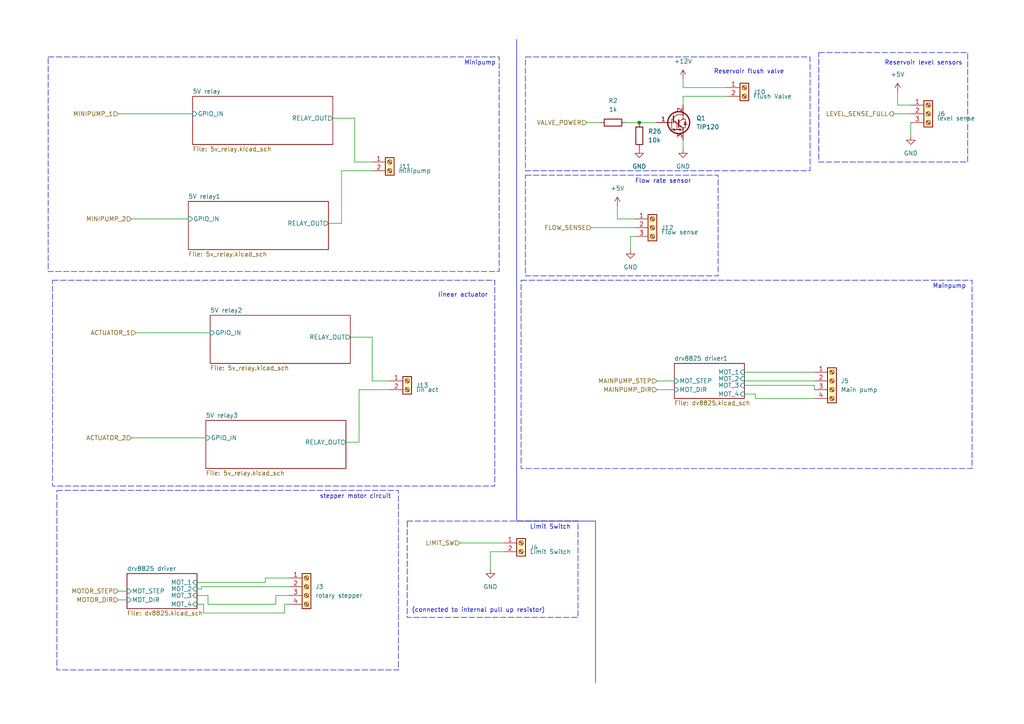
<source format=kicad_sch>
(kicad_sch (version 20230121) (generator eeschema)
  (paper "A4")
  (lib_symbols
    (symbol "Connector:Screw_Terminal_01x02" (pin_names (offset 1.016) hide)
      (property "Reference" "J" (at 0 2.54 0))
      (property "Value" "Screw_Terminal_01x02" (at 0 -5.08 0))
      (symbol "Screw_Terminal_01x02_1_1"
        (rectangle (start -1.27 1.27) (end 1.27 -3.81) (stroke (width 0.254)) (fill (type background)))
        (circle (center 0 -2.54) (radius 0.635) (stroke (width 0.1524)))
        (polyline (pts (xy -0.5334 -2.2098) (xy 0.3302 -3.048)) (stroke (width 0.1524)))
        (polyline (pts (xy -0.5334 0.3302) (xy 0.3302 -0.508)) (stroke (width 0.1524)))
        (polyline (pts (xy -0.3556 -2.032) (xy 0.508 -2.8702)) (stroke (width 0.1524)))
        (polyline (pts (xy -0.3556 0.508) (xy 0.508 -0.3302)) (stroke (width 0.1524)))
        (circle (center 0 0) (radius 0.635) (stroke (width 0.1524)))
        (pin passive line (at -5.08 0 0) (length 3.81) (name "Pin_1") (number "1"))
        (pin passive line (at -5.08 -2.54 0) (length 3.81) (name "Pin_2") (number "2"))
      )
    )
    (symbol "Connector:Screw_Terminal_01x03" (pin_names (offset 1.016) hide)
      (property "Reference" "J" (at 0 5.08 0))
      (property "Value" "Screw_Terminal_01x03" (at 0 -5.08 0))
      (symbol "Screw_Terminal_01x03_1_1"
        (rectangle (start -1.27 3.81) (end 1.27 -3.81) (stroke (width 0.254)) (fill (type background)))
        (circle (center 0 -2.54) (radius 0.635) (stroke (width 0.1524)))
        (polyline (pts (xy -0.5334 -2.2098) (xy 0.3302 -3.048)) (stroke (width 0.1524)))
        (polyline (pts (xy -0.5334 0.3302) (xy 0.3302 -0.508)) (stroke (width 0.1524)))
        (polyline (pts (xy -0.5334 2.8702) (xy 0.3302 2.032)) (stroke (width 0.1524)))
        (polyline (pts (xy -0.3556 -2.032) (xy 0.508 -2.8702)) (stroke (width 0.1524)))
        (polyline (pts (xy -0.3556 0.508) (xy 0.508 -0.3302)) (stroke (width 0.1524)))
        (polyline (pts (xy -0.3556 3.048) (xy 0.508 2.2098)) (stroke (width 0.1524)))
        (circle (center 0 0) (radius 0.635) (stroke (width 0.1524)))
        (circle (center 0 2.54) (radius 0.635) (stroke (width 0.1524)))
        (pin passive line (at -5.08 2.54 0) (length 3.81) (name "Pin_1") (number "1"))
        (pin passive line (at -5.08 0 0) (length 3.81) (name "Pin_2") (number "2"))
        (pin passive line (at -5.08 -2.54 0) (length 3.81) (name "Pin_3") (number "3"))
      )
    )
    (symbol "Connector:Screw_Terminal_01x04" (pin_names (offset 1.016) hide)
      (property "Reference" "J" (at 0 5.08 0))
      (property "Value" "Screw_Terminal_01x04" (at 0 -7.62 0))
      (symbol "Screw_Terminal_01x04_1_1"
        (rectangle (start -1.27 3.81) (end 1.27 -6.35) (stroke (width 0.254)) (fill (type background)))
        (circle (center 0 -5.08) (radius 0.635) (stroke (width 0.1524)))
        (circle (center 0 -2.54) (radius 0.635) (stroke (width 0.1524)))
        (polyline (pts (xy -0.5334 -4.7498) (xy 0.3302 -5.588)) (stroke (width 0.1524)))
        (polyline (pts (xy -0.5334 -2.2098) (xy 0.3302 -3.048)) (stroke (width 0.1524)))
        (polyline (pts (xy -0.5334 0.3302) (xy 0.3302 -0.508)) (stroke (width 0.1524)))
        (polyline (pts (xy -0.5334 2.8702) (xy 0.3302 2.032)) (stroke (width 0.1524)))
        (polyline (pts (xy -0.3556 -4.572) (xy 0.508 -5.4102)) (stroke (width 0.1524)))
        (polyline (pts (xy -0.3556 -2.032) (xy 0.508 -2.8702)) (stroke (width 0.1524)))
        (polyline (pts (xy -0.3556 0.508) (xy 0.508 -0.3302)) (stroke (width 0.1524)))
        (polyline (pts (xy -0.3556 3.048) (xy 0.508 2.2098)) (stroke (width 0.1524)))
        (circle (center 0 0) (radius 0.635) (stroke (width 0.1524)))
        (circle (center 0 2.54) (radius 0.635) (stroke (width 0.1524)))
        (pin passive line (at -5.08 2.54 0) (length 3.81) (name "Pin_1") (number "1"))
        (pin passive line (at -5.08 0 0) (length 3.81) (name "Pin_2") (number "2"))
        (pin passive line (at -5.08 -2.54 0) (length 3.81) (name "Pin_3") (number "3"))
        (pin passive line (at -5.08 -5.08 0) (length 3.81) (name "Pin_4") (number "4"))
      )
    )
    (symbol "Device:R" (pin_numbers hide) (pin_names (offset 0))
      (property "Reference" "R" (at 2.032 0 90))
      (property "Value" "R" (at 0 0 90))
      (symbol "R_0_1"
        (rectangle (start -1.016 -2.54) (end 1.016 2.54) (stroke (width 0.254)))
      )
      (symbol "R_1_1"
        (pin passive line (at 0 3.81 270) (length 1.27) (name "~") (number "1"))
        (pin passive line (at 0 -3.81 90) (length 1.27) (name "~") (number "2"))
      )
    )
    (symbol "Transistor_BJT:TIP120" (pin_names (offset 0) hide)
      (property "Reference" "Q" (at 5.08 1.905 0))
      (property "Value" "TIP120" (at 5.08 0 0))
      (symbol "TIP120_0_1"
        (circle (center -0.762 0) (radius 0.127))
        (polyline (pts (xy -1.27 0) (xy -0.889 0)))
        (polyline (pts (xy 2.54 -2.032) (xy 2.54 -2.54)))
        (polyline (pts (xy 2.54 -1.524) (xy 3.175 -1.524)))
        (polyline (pts (xy 2.794 0.127) (xy 3.556 0.127)))
        (polyline (pts (xy 3.175 -0.635) (xy 3.175 -1.524)))
        (polyline (pts (xy 3.175 1.016) (xy 2.54 1.016)))
        (polyline (pts (xy 3.175 1.016) (xy 3.175 0.127)))
        (polyline (pts (xy -0.254 0.762) (xy 0.762 -0.254) (xy 1.27 -0.254)))
        (polyline (pts (xy -0.254 1.016) (xy -0.762 1.016) (xy -0.762 -2.032)))
        (polyline (pts (xy -0.254 1.27) (xy 0.762 2.286) (xy 2.54 2.286)))
        (polyline (pts (xy -0.254 2.032) (xy -0.254 0) (xy -0.254 0)) (stroke (width 0.3048)))
        (polyline (pts (xy 1.27 0.762) (xy 1.27 -1.27) (xy 1.27 -1.27)) (stroke (width 0.381)))
        (polyline (pts (xy 0.635 -0.127) (xy 0.381 0.381) (xy 0.127 0.127) (xy 0.635 -0.127)))
        (polyline (pts (xy 1.27 -0.508) (xy 2.286 -1.524) (xy 2.54 -1.524) (xy 2.54 -2.032)))
        (polyline (pts (xy 1.27 0) (xy 2.286 1.016) (xy 2.54 1.016) (xy 2.54 2.286)))
        (polyline (pts (xy 2.159 -1.397) (xy 1.905 -0.889) (xy 1.651 -1.143) (xy 2.159 -1.397)))
        (polyline (pts (xy 3.175 0.127) (xy 2.794 -0.635) (xy 3.556 -0.635) (xy 3.175 0.127)) (fill (type outline)))
        (polyline (pts (xy 0.762 -2.032) (xy 0.381 -2.032) (xy 0.254 -2.286) (xy 0.127 -1.778) (xy 0 -2.286) (xy -0.127 -1.778) (xy -0.254 -2.286) (xy -0.381 -1.778) (xy -0.508 -2.032) (xy -0.762 -2.032)))
        (polyline (pts (xy 0.762 -0.254) (xy 0.762 -2.032) (xy 1.143 -2.032) (xy 1.27 -1.778) (xy 1.397 -2.286) (xy 1.524 -1.778) (xy 1.651 -2.286) (xy 1.778 -1.778) (xy 1.905 -2.286) (xy 2.032 -2.032) (xy 2.54 -2.032)))
        (circle (center 0.762 -2.032) (radius 0.127))
        (circle (center 0.762 -0.254) (radius 0.127))
        (circle (center 1.27 0) (radius 3.175) (stroke (width 0.3556)))
        (circle (center 2.54 -2.032) (radius 0.127))
        (circle (center 2.54 -1.524) (radius 0.127))
        (circle (center 2.54 1.016) (radius 0.127))
        (circle (center 2.54 2.286) (radius 0.127))
      )
      (symbol "TIP120_1_1"
        (pin input line (at -5.08 0 0) (length 3.81) (name "B") (number "1"))
        (pin passive line (at 2.54 5.08 270) (length 2.667) (name "C") (number "2"))
        (pin passive line (at 2.54 -5.08 90) (length 2.54) (name "E") (number "3"))
      )
    )
    (symbol "power:+12V" (power) (pin_names (offset 0))
      (property "Value" "+12V" (at 0 3.556 0))
      (symbol "+12V_0_1"
        (polyline (pts (xy -0.762 1.27) (xy 0 2.54)))
        (polyline (pts (xy 0 0) (xy 0 2.54)))
        (polyline (pts (xy 0 2.54) (xy 0.762 1.27)))
      )
      (symbol "+12V_1_1"
        (pin power_in line (at 0 0 90) (length 0) hide (name "+12V") (number "1"))
      )
    )
    (symbol "power:+5V" (power) (pin_names (offset 0))
      (property "Value" "+5V" (at 0 3.556 0))
      (symbol "+5V_0_1"
        (polyline (pts (xy -0.762 1.27) (xy 0 2.54)))
        (polyline (pts (xy 0 0) (xy 0 2.54)))
        (polyline (pts (xy 0 2.54) (xy 0.762 1.27)))
      )
      (symbol "+5V_1_1"
        (pin power_in line (at 0 0 90) (length 0) hide (name "+5V") (number "1"))
      )
    )
    (symbol "power:GND" (power) (pin_names (offset 0))
      (property "Value" "GND" (at 0 -3.81 0))
      (symbol "GND_0_1"
        (polyline (pts (xy 0 0) (xy 0 -1.27) (xy 1.27 -1.27) (xy 0 -2.54) (xy -1.27 -1.27) (xy 0 -1.27)))
      )
      (symbol "GND_1_1"
        (pin power_in line (at 0 0 270) (length 0) hide (name "GND") (number "1"))
      )
    )
  )
  (junction (at 185.42 35.56))
  (wire (pts (xy 101.6 97.79) (xy 107.95 97.79)))
  (wire (pts (xy 80.01 172.72) (xy 83.82 172.72)))
  (wire (pts (xy 113.03 113.03) (xy 104.14 113.03)))
  (wire (pts (xy 58.42 170.815) (xy 57.15 170.815)))
  (polyline (pts (xy 149.86 11.43) (xy 149.86 151.13)))
  (wire (pts (xy 210.82 27.94) (xy 198.12 27.94)))
  (wire (pts (xy 104.14 128.27) (xy 100.33 128.27)))
  (wire (pts (xy 58.42 170.18) (xy 83.82 170.18)))
  (wire (pts (xy 170.18 35.56) (xy 173.99 35.56)))
  (wire (pts (xy 59.055 177.8) (xy 82.55 177.8)))
  (wire (pts (xy 198.12 22.86) (xy 198.12 25.4)))
  (wire (pts (xy 59.055 175.26) (xy 59.055 177.8)))
  (wire (pts (xy 34.29 173.99) (xy 36.83 173.99)))
  (wire (pts (xy 184.15 68.58) (xy 182.88 68.58)))
  (wire (pts (xy 190.5 113.03) (xy 195.58 113.03)))
  (wire (pts (xy 60.325 175.26) (xy 80.01 175.26)))
  (wire (pts (xy 198.12 25.4) (xy 210.82 25.4)))
  (wire (pts (xy 76.962 168.91) (xy 76.962 167.64)))
  (wire (pts (xy 142.24 160.02) (xy 142.24 165.1)))
  (wire (pts (xy 107.95 49.53) (xy 99.06 49.53)))
  (wire (pts (xy 215.9 111.76) (xy 236.22 111.76)))
  (wire (pts (xy 198.12 27.94) (xy 198.12 30.48)))
  (wire (pts (xy 215.9 107.95) (xy 236.22 107.95)))
  (wire (pts (xy 264.16 35.56) (xy 264.16 39.37)))
  (wire (pts (xy 102.87 46.99) (xy 107.95 46.99)))
  (wire (pts (xy 219.075 114.3) (xy 215.9 114.3)))
  (wire (pts (xy 133.35 157.48) (xy 146.05 157.48)))
  (wire (pts (xy 76.962 167.64) (xy 83.82 167.64)))
  (wire (pts (xy 179.07 63.5) (xy 184.15 63.5)))
  (wire (pts (xy 57.15 175.26) (xy 59.055 175.26)))
  (wire (pts (xy 236.22 111.76) (xy 236.22 113.03)))
  (wire (pts (xy 260.35 30.48) (xy 264.16 30.48)))
  (wire (pts (xy 82.55 175.26) (xy 82.55 177.8)))
  (wire (pts (xy 259.08 33.02) (xy 264.16 33.02)))
  (wire (pts (xy 107.95 110.49) (xy 113.03 110.49)))
  (wire (pts (xy 190.5 110.49) (xy 195.58 110.49)))
  (wire (pts (xy 34.29 33.02) (xy 55.88 33.02)))
  (wire (pts (xy 179.07 59.69) (xy 179.07 63.5)))
  (wire (pts (xy 38.1 127) (xy 59.69 127)))
  (wire (pts (xy 102.87 34.29) (xy 102.87 46.99)))
  (wire (pts (xy 219.075 115.57) (xy 219.075 114.3)))
  (wire (pts (xy 236.22 115.57) (xy 219.075 115.57)))
  (wire (pts (xy 104.14 113.03) (xy 104.14 128.27)))
  (wire (pts (xy 236.22 110.49) (xy 215.9 110.49)))
  (wire (pts (xy 182.88 68.58) (xy 182.88 72.39)))
  (wire (pts (xy 107.95 97.79) (xy 107.95 110.49)))
  (wire (pts (xy 185.42 35.56) (xy 190.5 35.56)))
  (wire (pts (xy 34.29 171.45) (xy 36.83 171.45)))
  (wire (pts (xy 38.1 63.5) (xy 54.61 63.5)))
  (polyline (pts (xy 172.72 198.12) (xy 172.72 151.13)))
  (wire (pts (xy 198.12 40.64) (xy 198.12 43.18)))
  (wire (pts (xy 58.42 170.18) (xy 58.42 170.815)))
  (wire (pts (xy 60.325 172.72) (xy 57.15 172.72)))
  (wire (pts (xy 80.01 175.26) (xy 80.01 172.72)))
  (wire (pts (xy 260.35 26.67) (xy 260.35 30.48)))
  (polyline (pts (xy 172.72 151.13) (xy 149.86 151.13)))
  (wire (pts (xy 39.37 96.52) (xy 60.96 96.52)))
  (wire (pts (xy 215.9 110.49) (xy 215.9 109.855)))
  (wire (pts (xy 171.45 66.04) (xy 184.15 66.04)))
  (wire (pts (xy 99.06 64.77) (xy 95.25 64.77)))
  (wire (pts (xy 57.15 168.91) (xy 76.962 168.91)))
  (wire (pts (xy 60.325 175.26) (xy 60.325 172.72)))
  (wire (pts (xy 96.52 34.29) (xy 102.87 34.29)))
  (wire (pts (xy 146.05 160.02) (xy 142.24 160.02)))
  (wire (pts (xy 83.82 175.26) (xy 82.55 175.26)))
  (wire (pts (xy 181.61 35.56) (xy 185.42 35.56)))
  (wire (pts (xy 99.06 49.53) (xy 99.06 64.77)))
  (rectangle (start 151.13 81.28) (end 281.94 135.89) (stroke (width 0) (type dash)))
  (rectangle (start 16.51 142.24) (end 115.57 194.31) (stroke (width 0) (type dash)))
  (rectangle (start 13.97 16.51) (end 144.78 78.74) (stroke (width 0) (type dash)))
  (rectangle (start 152.4 16.51) (end 234.95 49.53) (stroke (width 0) (type dash)))
  (rectangle (start 15.24 81.28) (end 143.51 140.97) (stroke (width 0) (type dash)))
  (rectangle (start 118.11 151.13) (end 167.64 179.07) (stroke (width 0) (type dash)))
  (rectangle (start 237.49 15.24) (end 280.67 46.99) (stroke (width 0) (type dash)))
  (rectangle (start 152.4 50.8) (end 208.28 80.01) (stroke (width 0) (type dash)))
  (text "Reservoir level sensors" (at 256.54 19.05 0) (effects (font (size 1.27 1.27)) (justify left bottom)))
  (text "Limit Switch" (at 153.67 153.67 0) (effects (font (size 1.27 1.27)) (justify left bottom)))
  (text "Mainpump\n" (at 270.51 83.82 0) (effects (font (size 1.27 1.27)) (justify left bottom)))
  (text "Minipump" (at 134.62 19.05 0) (effects (font (size 1.27 1.27)) (justify left bottom)))
  (text "stepper motor circuit\n" (at 92.71 144.78 0) (effects (font (size 1.27 1.27)) (justify left bottom)))
  (text "Flow rate sensor\n" (at 184.15 53.34 0) (effects (font (size 1.27 1.27)) (justify left bottom)))
  (text "Reservoir flush valve\n" (at 207.01 21.59 0) (effects (font (size 1.27 1.27)) (justify left bottom)))
  (text "linear actuator\n" (at 127 86.36 0) (effects (font (size 1.27 1.27)) (justify left bottom)))
  (text "(connected to internal pull up resistor)\n" (at 119.38 177.8 0) (effects (font (size 1.27 1.27)) (justify left bottom)))
  (hierarchical_label "MAINPUMP_STEP" (shape input) (at 190.5 110.49 180))
  (hierarchical_label "FLOW_SENSE" (shape input) (at 171.45 66.04 180))
  (hierarchical_label "MINIPUMP_1" (shape input) (at 34.29 33.02 180))
  (hierarchical_label "ACTUATOR_1" (shape input) (at 39.37 96.52 180))
  (hierarchical_label "LIMIT_SW" (shape input) (at 133.35 157.48 180))
  (hierarchical_label "MINIPUMP_2" (shape input) (at 38.1 63.5 180))
  (hierarchical_label "MAINPUMP_DIR" (shape input) (at 190.5 113.03 180))
  (hierarchical_label "ACTUATOR_2" (shape input) (at 38.1 127 180))
  (hierarchical_label "MOTOR_DIR" (shape input) (at 34.29 173.99 180))
  (hierarchical_label "LEVEL_SENSE_FULL" (shape output) (at 259.08 33.02 180))
  (hierarchical_label "MOTOR_STEP" (shape input) (at 34.29 171.45 180))
  (hierarchical_label "VALVE_POWER" (shape input) (at 170.18 35.56 180))
  (symbol (lib_id "Connector:Screw_Terminal_01x03") (at 189.23 66.04 0) (unit 1)
    (property "Reference" "J12" (at 191.77 66.04 0) (effects (justify left)))
    (property "Value" "Flow sense" (at 191.77 67.31 0) (effects (justify left)))
    (property "Footprint" "TerminalBlock_MetzConnect:TerminalBlock_MetzConnect_Type011_RT05503HBWC_1x03_P5.00mm_Horizontal" (effects hide))
  )
  (symbol (lib_id "Connector:Screw_Terminal_01x03") (at 269.24 33.02 0) (unit 1)
    (property "Reference" "J6" (at 271.78 33.02 0) (effects (justify left)))
    (property "Value" "level sense" (at 271.78 34.29 0) (effects (justify left)))
    (property "Footprint" "TerminalBlock_MetzConnect:TerminalBlock_MetzConnect_Type011_RT05503HBWC_1x03_P5.00mm_Horizontal" (effects hide))
  )
  (symbol (lib_id "Connector:Screw_Terminal_01x02") (at 118.11 110.49 0) (unit 1)
    (property "Reference" "J13" (at 120.65 111.76 0) (effects (justify left)))
    (property "Value" "lin act" (at 120.65 113.03 0) (effects (justify left)))
    (property "Footprint" "TerminalBlock_MetzConnect:TerminalBlock_MetzConnect_Type011_RT05502HBWC_1x02_P5.00mm_Horizontal" (effects hide))
  )
  (symbol (lib_id "Transistor_BJT:TIP120") (at 195.58 35.56 0) (unit 1)
    (property "Reference" "Q1" (at 201.93 34.29 0) (effects (justify left)))
    (property "Value" "TIP120" (at 201.93 36.83 0) (effects (justify left)))
    (property "Footprint" "Package_TO_SOT_THT:TO-220-3_Vertical" (effects hide))
    (property "Datasheet" "https://www.onsemi.com/pub/Collateral/TIP120-D.PDF" (effects hide))
  )
  (symbol (lib_id "Connector:Screw_Terminal_01x04") (at 241.3 110.49 0) (unit 1)
    (property "Reference" "J5" (at 243.84 110.49 0) (effects (justify left)))
    (property "Value" "Main pump" (at 243.84 113.03 0) (effects (justify left)))
    (property "Footprint" "TerminalBlock_MetzConnect:TerminalBlock_MetzConnect_Type011_RT05504HBWC_1x04_P5.00mm_Horizontal" (effects hide))
  )
  (symbol (lib_id "power:GND") (at 182.88 72.39 0) (unit 1)
    (property "Reference" "#PWR017" (effects hide))
    (property "Value" "GND" (at 182.88 77.47 0))
  )
  (symbol (lib_id "Device:R") (at 185.42 39.37 180) (unit 1)
    (property "Reference" "R26" (at 187.96 38.1 0) (effects (justify right)))
    (property "Value" "10k" (at 187.96 40.64 0) (effects (justify right)))
    (property "Footprint" "Resistor_SMD:R_1210_3225Metric" (effects hide))
  )
  (symbol (lib_id "power:GND") (at 142.24 165.1 0) (unit 1)
    (property "Reference" "#PWR07" (effects hide))
    (property "Value" "GND" (at 142.24 170.18 0))
  )
  (symbol (lib_id "power:GND") (at 198.12 43.18 0) (unit 1)
    (property "Reference" "#PWR0102" (effects hide))
    (property "Value" "GND" (at 198.12 48.26 0))
  )
  (symbol (lib_id "Connector:Screw_Terminal_01x02") (at 113.03 46.99 0) (unit 1)
    (property "Reference" "J11" (at 115.57 48.26 0) (effects (justify left)))
    (property "Value" "minipump" (at 115.57 49.53 0) (effects (justify left)))
    (property "Footprint" "TerminalBlock_MetzConnect:TerminalBlock_MetzConnect_Type011_RT05502HBWC_1x02_P5.00mm_Horizontal" (effects hide))
  )
  (symbol (lib_id "Connector:Screw_Terminal_01x04") (at 88.9 170.18 0) (unit 1)
    (property "Reference" "J3" (at 91.44 170.18 0) (effects (justify left)))
    (property "Value" "rotary stepper" (at 91.44 172.72 0) (effects (justify left)))
    (property "Footprint" "TerminalBlock_MetzConnect:TerminalBlock_MetzConnect_Type011_RT05504HBWC_1x04_P5.00mm_Horizontal" (effects hide))
  )
  (symbol (lib_id "Connector:Screw_Terminal_01x02") (at 215.9 25.4 0) (unit 1)
    (property "Reference" "J10" (at 218.44 26.67 0) (effects (justify left)))
    (property "Value" "Flush Valve" (at 218.44 27.94 0) (effects (justify left)))
    (property "Footprint" "TerminalBlock_MetzConnect:TerminalBlock_MetzConnect_Type011_RT05502HBWC_1x02_P5.00mm_Horizontal" (effects hide))
  )
  (symbol (lib_id "power:GND") (at 185.42 43.18 0) (unit 1)
    (property "Reference" "#PWR054" (effects hide))
    (property "Value" "GND" (at 185.42 48.26 0))
  )
  (symbol (lib_id "power:+5V") (at 179.07 59.69 0) (unit 1)
    (property "Reference" "#PWR052" (effects hide))
    (property "Value" "+5V" (at 179.07 54.61 0))
  )
  (symbol (lib_id "power:+5V") (at 260.35 26.67 0) (unit 1)
    (property "Reference" "#PWR010" (effects hide))
    (property "Value" "+5V" (at 260.35 21.59 0))
  )
  (symbol (lib_id "power:GND") (at 264.16 39.37 0) (unit 1)
    (property "Reference" "#PWR011" (effects hide))
    (property "Value" "GND" (at 264.16 44.45 0))
  )
  (symbol (lib_id "Device:R") (at 177.8 35.56 90) (unit 1)
    (property "Reference" "R2" (at 177.8 29.21 90))
    (property "Value" "1k" (at 177.8 31.75 90))
    (property "Footprint" "Resistor_SMD:R_1210_3225Metric" (effects hide))
  )
  (symbol (lib_id "power:+12V") (at 198.12 22.86 0) (unit 1)
    (property "Reference" "#PWR0101" (effects hide))
    (property "Value" "+12V" (at 198.12 17.78 0))
  )
  (symbol (lib_id "Connector:Screw_Terminal_01x02") (at 151.13 157.48 0) (unit 1)
    (property "Reference" "J4" (at 153.67 158.75 0) (effects (justify left)))
    (property "Value" "Limit Switch" (at 153.67 160.02 0) (effects (justify left)))
    (property "Footprint" "TerminalBlock_MetzConnect:TerminalBlock_MetzConnect_Type011_RT05502HBWC_1x02_P5.00mm_Horizontal" (effects hide))
  )
  (sheet (at 54.61 58.42) (size 40.64 13.97) (stroke (width 0.1524))
    (property "Sheetname" "5V relay1" (at 54.61 57.7084 0) (effects (justify left bottom)))
    (property "Sheetfile" "5v_relay.kicad_sch" (at 54.61 72.9746 0) (effects (justify left top)))
    (pin "RELAY_OUT" output (at 95.25 64.77 0))
    (pin "GPIO_IN" input (at 54.61 63.5 180))
  )
  (sheet (at 195.58 105.41) (size 20.32 10.16) (stroke (width 0.1524))
    (property "Sheetname" "drv8825 driver1" (at 195.58 104.6984 0) (effects (justify left bottom)))
    (property "Sheetfile" "dv8825.kicad_sch" (at 195.58 116.1546 0) (effects (justify left top)))
    (pin "MOT_4" input (at 215.9 114.3 0))
    (pin "MOT_2" input (at 215.9 109.855 0))
    (pin "MOT_3" input (at 215.9 111.76 0))
    (pin "MOT_1" input (at 215.9 107.95 0))
    (pin "MOT_STEP" input (at 195.58 110.49 180))
    (pin "MOT_DIR" input (at 195.58 113.03 180))
  )
  (sheet (at 60.96 91.44) (size 40.64 13.97) (stroke (width 0.1524))
    (property "Sheetname" "5V relay2" (at 60.96 90.7284 0) (effects (justify left bottom)))
    (property "Sheetfile" "5v_relay.kicad_sch" (at 60.96 105.9946 0) (effects (justify left top)))
    (pin "RELAY_OUT" output (at 101.6 97.79 0))
    (pin "GPIO_IN" input (at 60.96 96.52 180))
  )
  (sheet (at 59.69 121.92) (size 40.64 13.97) (stroke (width 0.1524))
    (property "Sheetname" "5V relay3" (at 59.69 121.2084 0) (effects (justify left bottom)))
    (property "Sheetfile" "5v_relay.kicad_sch" (at 59.69 136.4746 0) (effects (justify left top)))
    (pin "RELAY_OUT" output (at 100.33 128.27 0))
    (pin "GPIO_IN" input (at 59.69 127 180))
  )
  (sheet (at 55.88 27.94) (size 40.64 13.97) (stroke (width 0.1524))
    (property "Sheetname" "5V relay" (at 55.88 27.2284 0) (effects (justify left bottom)))
    (property "Sheetfile" "5v_relay.kicad_sch" (at 55.88 42.4946 0) (effects (justify left top)))
    (pin "RELAY_OUT" output (at 96.52 34.29 0))
    (pin "GPIO_IN" input (at 55.88 33.02 180))
  )
  (sheet (at 36.83 166.37) (size 20.32 10.16) (stroke (width 0.1524))
    (property "Sheetname" "drv8825 driver" (at 36.83 165.6584 0) (effects (justify left bottom)))
    (property "Sheetfile" "dv8825.kicad_sch" (at 36.83 177.1146 0) (effects (justify left top)))
    (pin "MOT_4" input (at 57.15 175.26 0))
    (pin "MOT_2" input (at 57.15 170.815 0))
    (pin "MOT_3" input (at 57.15 172.72 0))
    (pin "MOT_1" input (at 57.15 168.91 0))
    (pin "MOT_STEP" input (at 36.83 171.45 180))
    (pin "MOT_DIR" input (at 36.83 173.99 180))
  )
)
</source>
